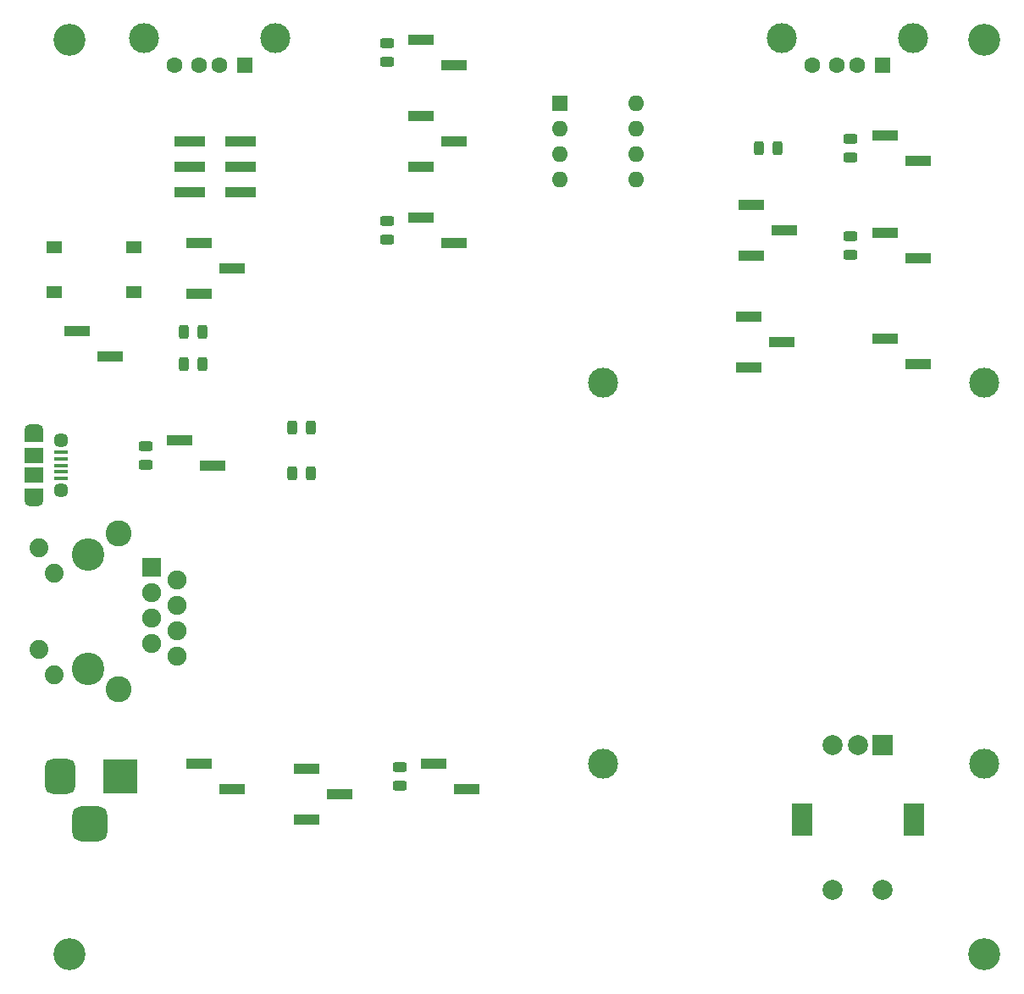
<source format=gbr>
%TF.GenerationSoftware,KiCad,Pcbnew,5.99.0-unknown-e950278637~142~ubuntu18.04.1*%
%TF.CreationDate,2021-10-25T23:56:18+03:00*%
%TF.ProjectId,cdf-1,6364662d-312e-46b6-9963-61645f706362,rev?*%
%TF.SameCoordinates,Original*%
%TF.FileFunction,Soldermask,Top*%
%TF.FilePolarity,Negative*%
%FSLAX46Y46*%
G04 Gerber Fmt 4.6, Leading zero omitted, Abs format (unit mm)*
G04 Created by KiCad (PCBNEW 5.99.0-unknown-e950278637~142~ubuntu18.04.1) date 2021-10-25 23:56:18*
%MOMM*%
%LPD*%
G01*
G04 APERTURE LIST*
G04 Aperture macros list*
%AMRoundRect*
0 Rectangle with rounded corners*
0 $1 Rounding radius*
0 $2 $3 $4 $5 $6 $7 $8 $9 X,Y pos of 4 corners*
0 Add a 4 corners polygon primitive as box body*
4,1,4,$2,$3,$4,$5,$6,$7,$8,$9,$2,$3,0*
0 Add four circle primitives for the rounded corners*
1,1,$1+$1,$2,$3*
1,1,$1+$1,$4,$5*
1,1,$1+$1,$6,$7*
1,1,$1+$1,$8,$9*
0 Add four rect primitives between the rounded corners*
20,1,$1+$1,$2,$3,$4,$5,0*
20,1,$1+$1,$4,$5,$6,$7,0*
20,1,$1+$1,$6,$7,$8,$9,0*
20,1,$1+$1,$8,$9,$2,$3,0*%
G04 Aperture macros list end*
%ADD10RoundRect,0.243750X0.456250X-0.243750X0.456250X0.243750X-0.456250X0.243750X-0.456250X-0.243750X0*%
%ADD11RoundRect,0.243750X-0.243750X-0.456250X0.243750X-0.456250X0.243750X0.456250X-0.243750X0.456250X0*%
%ADD12C,3.200000*%
%ADD13R,3.500000X3.500000*%
%ADD14RoundRect,0.750000X-0.750000X-1.000000X0.750000X-1.000000X0.750000X1.000000X-0.750000X1.000000X0*%
%ADD15RoundRect,0.875000X-0.875000X-0.875000X0.875000X-0.875000X0.875000X0.875000X-0.875000X0.875000X0*%
%ADD16R,1.600000X1.500000*%
%ADD17C,1.600000*%
%ADD18C,3.000000*%
%ADD19R,2.510000X1.000000*%
%ADD20RoundRect,0.243750X-0.456250X0.243750X-0.456250X-0.243750X0.456250X-0.243750X0.456250X0.243750X0*%
%ADD21R,1.350000X0.400000*%
%ADD22O,1.900000X1.200000*%
%ADD23R,1.900000X1.500000*%
%ADD24C,1.450000*%
%ADD25R,1.900000X1.200000*%
%ADD26R,1.600000X1.600000*%
%ADD27O,1.600000X1.600000*%
%ADD28C,3.250000*%
%ADD29C,2.600000*%
%ADD30C,1.890000*%
%ADD31R,1.900000X1.900000*%
%ADD32C,1.900000*%
%ADD33R,2.000000X2.000000*%
%ADD34C,2.000000*%
%ADD35R,2.000000X3.200000*%
%ADD36R,3.150000X1.000000*%
%ADD37R,1.550000X1.300000*%
G04 APERTURE END LIST*
D10*
%TO.C,D9*%
X164719000Y-94585000D03*
X164719000Y-92710000D03*
%TD*%
D11*
%TO.C,D10*%
X179402500Y-95377000D03*
X181277500Y-95377000D03*
%TD*%
%TO.C,D11*%
X179402500Y-90805000D03*
X181277500Y-90805000D03*
%TD*%
D12*
%TO.C,H5*%
X157099000Y-52070000D03*
%TD*%
%TO.C,H6*%
X248539000Y-52070000D03*
%TD*%
%TO.C,H8*%
X157099000Y-143510000D03*
%TD*%
D13*
%TO.C,J3*%
X162179000Y-125730000D03*
D14*
X156179000Y-125730000D03*
D15*
X159179000Y-130430000D03*
%TD*%
D16*
%TO.C,J17*%
X238379000Y-54610000D03*
D17*
X235879000Y-54610000D03*
X233879000Y-54610000D03*
X231379000Y-54610000D03*
D18*
X228309000Y-51900000D03*
X241449000Y-51900000D03*
%TD*%
D19*
%TO.C,JP1*%
X180844000Y-124968000D03*
X184154000Y-127508000D03*
X180844000Y-130048000D03*
%TD*%
%TO.C,JP4*%
X168144000Y-92075000D03*
X171454000Y-94615000D03*
%TD*%
%TO.C,J5*%
X170049000Y-124460000D03*
X173359000Y-127000000D03*
%TD*%
D12*
%TO.C,H7*%
X248539000Y-143510000D03*
%TD*%
D19*
%TO.C,JP5*%
X192274000Y-69850000D03*
X195584000Y-72390000D03*
%TD*%
%TO.C,JP8*%
X192274000Y-59690000D03*
X195584000Y-62230000D03*
X192274000Y-64770000D03*
%TD*%
D10*
%TO.C,D5*%
X188849000Y-54277500D03*
X188849000Y-52402500D03*
%TD*%
D19*
%TO.C,JP6*%
X192274000Y-52070000D03*
X195584000Y-54610000D03*
%TD*%
D20*
%TO.C,D8*%
X188849000Y-70182500D03*
X188849000Y-72057500D03*
%TD*%
D11*
%TO.C,D18*%
X168559000Y-81280000D03*
X170434000Y-81280000D03*
%TD*%
D21*
%TO.C,J1*%
X156275500Y-93315000D03*
X156275500Y-93965000D03*
X156275500Y-94615000D03*
X156275500Y-95265000D03*
X156275500Y-95915000D03*
D22*
X153575500Y-98115000D03*
D23*
X153575500Y-95615000D03*
D24*
X156275500Y-92115000D03*
D23*
X153575500Y-93615000D03*
D22*
X153575500Y-91115000D03*
D24*
X156275500Y-97115000D03*
D25*
X153575500Y-91715000D03*
X153575500Y-97515000D03*
%TD*%
D26*
%TO.C,J10*%
X206146400Y-58420000D03*
D27*
X206146400Y-60960000D03*
X206146400Y-63500000D03*
X206146400Y-66040000D03*
X213766400Y-66040000D03*
X213766400Y-63500000D03*
X213766400Y-60960000D03*
X213766400Y-58420000D03*
%TD*%
D16*
%TO.C,J6*%
X174625000Y-54610000D03*
D17*
X172125000Y-54610000D03*
X170125000Y-54610000D03*
X167625000Y-54610000D03*
D18*
X177695000Y-51900000D03*
X164555000Y-51900000D03*
%TD*%
D19*
%TO.C,JP3*%
X157880000Y-81203000D03*
X161190000Y-83743000D03*
%TD*%
D28*
%TO.C,J7*%
X159014000Y-114935000D03*
X159014000Y-103505000D03*
D29*
X162064000Y-101445000D03*
X162064000Y-116995000D03*
D30*
X155634000Y-115545000D03*
X154114000Y-113005000D03*
X155634000Y-105435000D03*
X154114000Y-102895000D03*
D31*
X165354000Y-104775000D03*
D32*
X167894000Y-106045000D03*
X165354000Y-107315000D03*
X167894000Y-108585000D03*
X165354000Y-109855000D03*
X167894000Y-111125000D03*
X165354000Y-112395000D03*
X167894000Y-113665000D03*
%TD*%
D33*
%TO.C,SW2*%
X238429800Y-122555000D03*
D34*
X233429800Y-122555000D03*
X235929800Y-122555000D03*
D35*
X230329800Y-130055000D03*
X241529800Y-130055000D03*
D34*
X233429800Y-137055000D03*
X238429800Y-137055000D03*
%TD*%
D19*
%TO.C,J20*%
X238629000Y-81915000D03*
X241939000Y-84455000D03*
%TD*%
%TO.C,JP12*%
X238629000Y-61595000D03*
X241939000Y-64135000D03*
%TD*%
%TO.C,JP14*%
X238629000Y-71374000D03*
X241939000Y-73914000D03*
%TD*%
D10*
%TO.C,D13*%
X235204000Y-63802500D03*
X235204000Y-61927500D03*
%TD*%
%TO.C,D17*%
X235204000Y-73581500D03*
X235204000Y-71706500D03*
%TD*%
D19*
%TO.C,J15*%
X225040000Y-79756000D03*
X228350000Y-82296000D03*
X225040000Y-84836000D03*
%TD*%
%TO.C,JP11*%
X225294000Y-68580000D03*
X228604000Y-71120000D03*
X225294000Y-73660000D03*
%TD*%
D11*
%TO.C,D12*%
X226011500Y-62865000D03*
X227886500Y-62865000D03*
%TD*%
D36*
%TO.C,JP16*%
X174229000Y-67310000D03*
X169179000Y-67310000D03*
X174229000Y-64770000D03*
X169179000Y-64770000D03*
X174229000Y-62230000D03*
X169179000Y-62230000D03*
%TD*%
D11*
%TO.C,D1*%
X168559000Y-84455000D03*
X170434000Y-84455000D03*
%TD*%
D37*
%TO.C,SW1*%
X155585000Y-72818000D03*
X163535000Y-72818000D03*
X155585000Y-77318000D03*
X163535000Y-77318000D03*
%TD*%
D19*
%TO.C,J4*%
X170049000Y-72390000D03*
X173359000Y-74930000D03*
X170049000Y-77470000D03*
%TD*%
%TO.C,J13*%
X193544000Y-124460000D03*
X196854000Y-127000000D03*
%TD*%
D10*
%TO.C,D3*%
X190119000Y-126667500D03*
X190119000Y-124792500D03*
%TD*%
D18*
%TO.C,H4*%
X210439000Y-124460000D03*
%TD*%
%TO.C,H2*%
X248539000Y-86360000D03*
%TD*%
%TO.C,H3*%
X248539000Y-124460000D03*
%TD*%
%TO.C,H1*%
X210439000Y-86360000D03*
%TD*%
M02*

</source>
